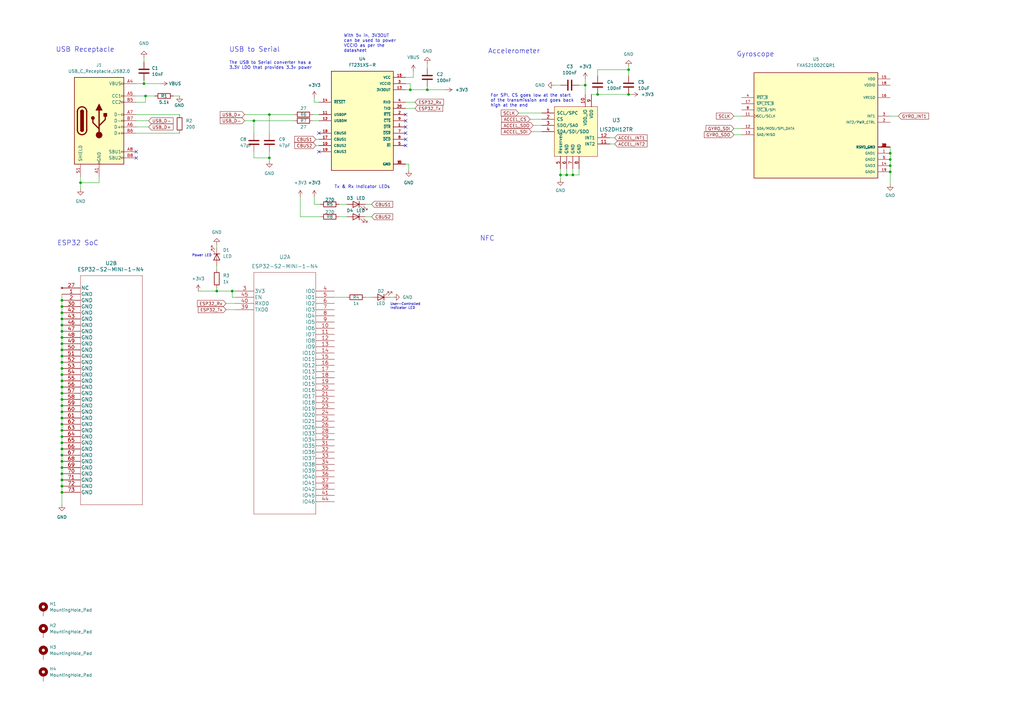
<source format=kicad_sch>
(kicad_sch (version 20211123) (generator eeschema)
  (paper "A3")
  (title_block (title "Delta") (comment 4 "Author: Shreyas Lad"))
  (lib_symbols
    (symbol "Connector:USB_C_Receptacle_USB2.0" (pin_names (offset 1.016))
      (property "Reference" "J" (at -10.16 19.05 0))
      (property "Value" "USB_C_Receptacle_USB2.0" (at 19.05 19.05 0))
      (symbol "USB_C_Receptacle_USB2.0_0_0"
        (rectangle (start -0.254 -17.78) (end 0.254 -16.764))
        (rectangle (start 10.16 -14.986) (end 9.144 -15.494))
        (rectangle (start 10.16 -12.446) (end 9.144 -12.954))
        (rectangle (start 10.16 -4.826) (end 9.144 -5.334))
        (rectangle (start 10.16 -2.286) (end 9.144 -2.794))
        (rectangle (start 10.16 0.254) (end 9.144 -0.254))
        (rectangle (start 10.16 2.794) (end 9.144 2.286))
        (rectangle (start 10.16 7.874) (end 9.144 7.366))
        (rectangle (start 10.16 10.414) (end 9.144 9.906))
        (rectangle (start 10.16 15.494) (end 9.144 14.986))
      )
      (symbol "USB_C_Receptacle_USB2.0_0_1"
        (rectangle (start -10.16 17.78) (end 10.16 -17.78) (stroke (width 0.254)) (fill (type background)))
        (arc (start -8.89 -3.81) (mid -6.985 -5.715) (end -5.08 -3.81) (stroke (width 0.508)))
        (arc (start -7.62 -3.81) (mid -6.985 -4.445) (end -6.35 -3.81) (stroke (width 0.254)))
        (arc (start -7.62 -3.81) (mid -6.985 -4.445) (end -6.35 -3.81) (stroke (width 0.254)) (fill (type outline)))
        (rectangle (start -7.62 -3.81) (end -6.35 3.81) (stroke (width 0.254)) (fill (type outline)))
        (arc (start -6.35 3.81) (mid -6.985 4.445) (end -7.62 3.81) (stroke (width 0.254)))
        (arc (start -6.35 3.81) (mid -6.985 4.445) (end -7.62 3.81) (stroke (width 0.254)) (fill (type outline)))
        (arc (start -5.08 3.81) (mid -6.985 5.715) (end -8.89 3.81) (stroke (width 0.508)))
        (circle (center -2.54 1.143) (radius 0.635) (stroke (width 0.254)) (fill (type outline)))
        (circle (center 0 -5.842) (radius 1.27) (fill (type outline)))
        (polyline (pts (xy -8.89 -3.81) (xy -8.89 3.81)) (stroke (width 0.508)))
        (polyline (pts (xy -5.08 3.81) (xy -5.08 -3.81)) (stroke (width 0.508)))
        (polyline (pts (xy 0 -5.842) (xy 0 4.318)) (stroke (width 0.508)))
        (polyline (pts (xy 0 -3.302) (xy -2.54 -0.762) (xy -2.54 0.508)) (stroke (width 0.508)))
        (polyline (pts (xy 0 -2.032) (xy 2.54 0.508) (xy 2.54 1.778)) (stroke (width 0.508)))
        (polyline (pts (xy -1.27 4.318) (xy 0 6.858) (xy 1.27 4.318) (xy -1.27 4.318)) (stroke (width 0.254)) (fill (type outline)))
        (rectangle (start 1.905 1.778) (end 3.175 3.048) (stroke (width 0.254)) (fill (type outline)))
      )
      (symbol "USB_C_Receptacle_USB2.0_1_1"
        (pin passive line (at 0 -22.86 90) (length 5.08) (name "GND") (number "A1"))
        (pin passive line (at 0 -22.86 90) (length 5.08) hide (name "GND") (number "A12"))
        (pin passive line (at 15.24 15.24 180) (length 5.08) (name "VBUS") (number "A4"))
        (pin bidirectional line (at 15.24 10.16 180) (length 5.08) (name "CC1") (number "A5"))
        (pin bidirectional line (at 15.24 -2.54 180) (length 5.08) (name "D+") (number "A6"))
        (pin bidirectional line (at 15.24 2.54 180) (length 5.08) (name "D-") (number "A7"))
        (pin bidirectional line (at 15.24 -12.7 180) (length 5.08) (name "SBU1") (number "A8"))
        (pin passive line (at 15.24 15.24 180) (length 5.08) hide (name "VBUS") (number "A9"))
        (pin passive line (at 0 -22.86 90) (length 5.08) hide (name "GND") (number "B1"))
        (pin passive line (at 0 -22.86 90) (length 5.08) hide (name "GND") (number "B12"))
        (pin passive line (at 15.24 15.24 180) (length 5.08) hide (name "VBUS") (number "B4"))
        (pin bidirectional line (at 15.24 7.62 180) (length 5.08) (name "CC2") (number "B5"))
        (pin bidirectional line (at 15.24 -5.08 180) (length 5.08) (name "D+") (number "B6"))
        (pin bidirectional line (at 15.24 0 180) (length 5.08) (name "D-") (number "B7"))
        (pin bidirectional line (at 15.24 -15.24 180) (length 5.08) (name "SBU2") (number "B8"))
        (pin passive line (at 15.24 15.24 180) (length 5.08) hide (name "VBUS") (number "B9"))
        (pin passive line (at -7.62 -22.86 90) (length 5.08) (name "SHIELD") (number "S1"))
      )
    )
    (symbol "Device:C" (pin_numbers hide) (pin_names (offset 0.254))
      (property "Reference" "C" (at 0.635 2.54 0))
      (property "Value" "C" (at 0.635 -2.54 0))
      (symbol "C_0_1"
        (polyline (pts (xy -2.032 -0.762) (xy 2.032 -0.762)) (stroke (width 0.508)))
        (polyline (pts (xy -2.032 0.762) (xy 2.032 0.762)) (stroke (width 0.508)))
      )
      (symbol "C_1_1"
        (pin passive line (at 0 3.81 270) (length 2.794) (name "~") (number "1"))
        (pin passive line (at 0 -3.81 90) (length 2.794) (name "~") (number "2"))
      )
    )
    (symbol "Device:LED" (pin_numbers hide) (pin_names (offset 1.016) hide)
      (property "Reference" "D" (at 0 2.54 0))
      (property "Value" "LED" (at 0 -2.54 0))
      (symbol "LED_0_1"
        (polyline (pts (xy -1.27 -1.27) (xy -1.27 1.27)) (stroke (width 0.254)))
        (polyline (pts (xy -1.27 0) (xy 1.27 0)))
        (polyline (pts (xy 1.27 -1.27) (xy 1.27 1.27) (xy -1.27 0) (xy 1.27 -1.27)) (stroke (width 0.254)))
        (polyline (pts (xy -3.048 -0.762) (xy -4.572 -2.286) (xy -3.81 -2.286) (xy -4.572 -2.286) (xy -4.572 -1.524)))
        (polyline (pts (xy -1.778 -0.762) (xy -3.302 -2.286) (xy -2.54 -2.286) (xy -3.302 -2.286) (xy -3.302 -1.524)))
      )
      (symbol "LED_1_1"
        (pin passive line (at -3.81 0 0) (length 2.54) (name "K") (number "1"))
        (pin passive line (at 3.81 0 180) (length 2.54) (name "A") (number "2"))
      )
    )
    (symbol "Device:R" (pin_numbers hide) (pin_names (offset 0))
      (property "Reference" "R" (at 2.032 0 90))
      (property "Value" "R" (at 0 0 90))
      (symbol "R_0_1"
        (rectangle (start -1.016 -2.54) (end 1.016 2.54) (stroke (width 0.254)))
      )
      (symbol "R_1_1"
        (pin passive line (at 0 3.81 270) (length 1.27) (name "~") (number "1"))
        (pin passive line (at 0 -3.81 90) (length 1.27) (name "~") (number "2"))
      )
    )
    (symbol "FT231XS-R (USBUART):FT231XS-R" (pin_names (offset 1.016))
      (property "Reference" "U" (at -12.7 21.1074 0))
      (property "Value" "FT231XS-R" (at -12.7254 -22.9108 0))
      (symbol "FT231XS-R_0_0"
        (rectangle (start -12.7 -20.32) (end 12.7 20.32) (stroke (width 0.254)) (fill (type background)))
        (pin output line (at 17.78 -2.54 180) (length 5.08) (name "~{DTR}") (number "1"))
        (pin bidirectional line (at -17.78 -10.16 0) (length 5.08) (name "CBUS2") (number "10"))
        (pin input line (at -17.78 2.54 0) (length 5.08) (name "USBDP") (number "11"))
        (pin input line (at -17.78 0 0) (length 5.08) (name "USBDM") (number "12"))
        (pin power_in line (at 17.78 12.7 180) (length 5.08) (name "3V3OUT") (number "13"))
        (pin input line (at -17.78 7.62 0) (length 5.08) (name "~{RESET}") (number "14"))
        (pin power_in line (at 17.78 17.78 180) (length 5.08) (name "VCC") (number "15"))
        (pin power_in line (at 17.78 -17.78 180) (length 5.08) (name "GND") (number "16"))
        (pin bidirectional line (at -17.78 -7.62 0) (length 5.08) (name "CBUS1") (number "17"))
        (pin bidirectional line (at -17.78 -5.08 0) (length 5.08) (name "CBUS0") (number "18"))
        (pin bidirectional line (at -17.78 -12.7 0) (length 5.08) (name "CBUS3") (number "19"))
        (pin output line (at 17.78 2.54 180) (length 5.08) (name "~{RTS}") (number "2"))
        (pin output line (at 17.78 5.08 180) (length 5.08) (name "TXD") (number "20"))
        (pin power_in line (at 17.78 15.24 180) (length 5.08) (name "VCCIO") (number "3"))
        (pin input line (at 17.78 7.62 180) (length 5.08) (name "RXD") (number "4"))
        (pin input line (at 17.78 -10.16 180) (length 5.08) (name "~{RI}") (number "5"))
        (pin power_in line (at 17.78 -17.78 180) (length 5.08) (name "GND") (number "6"))
        (pin input line (at 17.78 -5.08 180) (length 5.08) (name "~{DSR}") (number "7"))
        (pin input line (at 17.78 -7.62 180) (length 5.08) (name "~{DCD}") (number "8"))
        (pin input line (at 17.78 0 180) (length 5.08) (name "~{CTS}") (number "9"))
      )
    )
    (symbol "FXAS21002CQR1:FXAS21002CQR1" (pin_names (offset 1.016))
      (property "Reference" "U" (at -25.4 21.59 0))
      (property "Value" "FXAS21002CQR1" (at -25.4 -24.13 0))
      (symbol "FXAS21002CQR1_0_0"
        (rectangle (start -25.4 -22.86) (end 25.4 20.32) (stroke (width 0.254)) (fill (type background)))
        (pin power_in line (at 30.48 -12.7 180) (length 5.08) (name "GND1") (number "1"))
        (pin power_in line (at 30.48 -10.16 180) (length 5.08) (name "RSVD_GND") (number "10"))
        (pin input clock (at -30.48 2.54 0) (length 5.08) (name "SCL/SCLK") (number "11"))
        (pin bidirectional line (at -30.48 -2.54 0) (length 5.08) (name "SDA/MOSI/SPI_DATA") (number "12"))
        (pin bidirectional line (at -30.48 -5.08 0) (length 5.08) (name "SA0/MISO") (number "13"))
        (pin power_in line (at 30.48 -17.78 180) (length 5.08) (name "GND3") (number "14"))
        (pin power_in line (at 30.48 17.78 180) (length 5.08) (name "VDD") (number "15"))
        (pin output line (at 30.48 10.16 180) (length 5.08) (name "VREGD") (number "16"))
        (pin input line (at -30.48 7.62 0) (length 5.08) (name "~{SPI_CS_B}") (number "17"))
        (pin power_in line (at 30.48 15.24 180) (length 5.08) (name "VDDIO") (number "18"))
        (pin power_in line (at 30.48 -20.32 180) (length 5.08) (name "GND4") (number "19"))
        (pin bidirectional line (at 30.48 0 180) (length 5.08) (name "INT2/PWR_CTRL") (number "2"))
        (pin power_in line (at 30.48 -10.16 180) (length 5.08) (name "RSVD_GND") (number "20"))
        (pin power_in line (at 30.48 -10.16 180) (length 5.08) (name "RSVD_GND") (number "21"))
        (pin power_in line (at 30.48 -10.16 180) (length 5.08) (name "RSVD_GND") (number "22"))
        (pin power_in line (at 30.48 -10.16 180) (length 5.08) (name "RSVD_GND") (number "23"))
        (pin power_in line (at 30.48 -10.16 180) (length 5.08) (name "RSVD_GND") (number "24"))
        (pin output line (at 30.48 2.54 180) (length 5.08) (name "INT1") (number "3"))
        (pin input line (at -30.48 10.16 0) (length 5.08) (name "~{RST_B}") (number "4"))
        (pin power_in line (at 30.48 -15.24 180) (length 5.08) (name "GND2") (number "5"))
        (pin power_in line (at 30.48 -10.16 180) (length 5.08) (name "RSVD_GND") (number "6"))
        (pin power_in line (at 30.48 -10.16 180) (length 5.08) (name "RSVD_GND") (number "7"))
        (pin input line (at -30.48 5.08 0) (length 5.08) (name "~{I2C_B}/SPI") (number "8"))
        (pin power_in line (at 30.48 -10.16 180) (length 5.08) (name "RSVD_GND") (number "9"))
      )
    )
    (symbol "Mechanical:MountingHole_Pad" (pin_numbers hide) (pin_names (offset 1.016) hide)
      (property "Reference" "H" (at 0 6.35 0))
      (property "Value" "MountingHole_Pad" (at 0 4.445 0))
      (symbol "MountingHole_Pad_0_1"
        (circle (center 0 1.27) (radius 1.27) (stroke (width 1.27)))
      )
      (symbol "MountingHole_Pad_1_1"
        (pin input line (at 0 -2.54 90) (length 2.54) (name "1") (number "1"))
      )
    )
    (symbol "dk_Motion-Sensors-Accelerometers:LIS2DH12TR" (pin_names (offset 1.016))
      (property "Reference" "U" (at -2.54 11.43 0))
      (property "Value" "LIS2DH12TR" (at 12.7 -17.78 0))
      (symbol "LIS2DH12TR_0_1"
        (rectangle (start -10.16 -10.16) (end 7.62 10.16) (fill (type background)))
      )
      (symbol "LIS2DH12TR_1_1"
        (pin input line (at -15.24 7.62 0) (length 5.08) (name "SCL/SPC") (number "1"))
        (pin power_in line (at 2.54 15.24 270) (length 5.08) (name "VDD_IO") (number "10"))
        (pin output line (at 12.7 -5.08 180) (length 5.08) (name "INT2") (number "11"))
        (pin output line (at 12.7 -2.54 180) (length 5.08) (name "INT1") (number "12"))
        (pin input line (at -15.24 5.08 0) (length 5.08) (name "CS") (number "2"))
        (pin bidirectional line (at -15.24 2.54 0) (length 5.08) (name "SDO/SA0") (number "3"))
        (pin bidirectional line (at -15.24 0 0) (length 5.08) (name "SDA/SDI/SDO") (number "4"))
        (pin power_in line (at -7.62 -15.24 90) (length 5.08) (name "Reserved") (number "5"))
        (pin power_in line (at -5.08 -15.24 90) (length 5.08) (name "GND") (number "6"))
        (pin power_in line (at -2.54 -15.24 90) (length 5.08) (name "GND") (number "7"))
        (pin power_in line (at 0 -15.24 90) (length 5.08) (name "GND") (number "8"))
        (pin power_in line (at 5.08 15.24 270) (length 5.08) (name "VDD") (number "9"))
      )
    )
    (symbol "power:+3.3V" (power) (pin_names (offset 0))
      (property "Value" "+3.3V" (at 0 3.556 0))
      (symbol "+3.3V_0_1"
        (polyline (pts (xy -0.762 1.27) (xy 0 2.54)))
        (polyline (pts (xy 0 0) (xy 0 2.54)))
        (polyline (pts (xy 0 2.54) (xy 0.762 1.27)))
      )
      (symbol "+3.3V_1_1"
        (pin power_in line (at 0 0 90) (length 0) hide (name "+3V3") (number "1"))
      )
    )
    (symbol "power:GND" (power) (pin_names (offset 0))
      (property "Value" "GND" (at 0 -3.81 0))
      (symbol "GND_0_1"
        (polyline (pts (xy 0 0) (xy 0 -1.27) (xy 1.27 -1.27) (xy 0 -2.54) (xy -1.27 -1.27) (xy 0 -1.27)))
      )
      (symbol "GND_1_1"
        (pin power_in line (at 0 0 270) (length 0) hide (name "GND") (number "1"))
      )
    )
    (symbol "power:VBUS" (power) (pin_names (offset 0))
      (property "Value" "VBUS" (at 0 3.81 0))
      (symbol "VBUS_0_1"
        (polyline (pts (xy -0.762 1.27) (xy 0 2.54)))
        (polyline (pts (xy 0 0) (xy 0 2.54)))
        (polyline (pts (xy 0 2.54) (xy 0.762 1.27)))
      )
      (symbol "VBUS_1_1"
        (pin power_in line (at 0 0 90) (length 0) hide (name "VBUS") (number "1"))
      )
    )
    (symbol "ul_ESP32-S2-MINI-1-N4:ESP32-S2-MINI-1-N4" (pin_names (offset 0.254))
      (property "Reference" "U" (at 20.32 12.7 0))
      (property "Value" "ESP32-S2-MINI-1-N4" (at 20.32 10.16 0))
      (symbol "ESP32-S2-MINI-1-N4_1_1"
        (polyline (pts (xy 7.62 -91.44) (xy 33.02 -91.44)) (stroke (width 0.127)))
        (polyline (pts (xy 7.62 7.62) (xy 7.62 -91.44)) (stroke (width 0.127)))
        (polyline (pts (xy 33.02 -91.44) (xy 33.02 7.62)) (stroke (width 0.127)))
        (polyline (pts (xy 33.02 7.62) (xy 7.62 7.62)) (stroke (width 0.127)))
        (pin bidirectional line (at 40.64 -15.24 180) (length 7.62) (name "IO6") (number "10"))
        (pin bidirectional line (at 40.64 -17.78 180) (length 7.62) (name "IO7") (number "11"))
        (pin bidirectional line (at 40.64 -20.32 180) (length 7.62) (name "IO8") (number "12"))
        (pin bidirectional line (at 40.64 -22.86 180) (length 7.62) (name "IO9") (number "13"))
        (pin bidirectional line (at 40.64 -25.4 180) (length 7.62) (name "IO10") (number "14"))
        (pin bidirectional line (at 40.64 -27.94 180) (length 7.62) (name "IO11") (number "15"))
        (pin bidirectional line (at 40.64 -30.48 180) (length 7.62) (name "IO12") (number "16"))
        (pin bidirectional line (at 40.64 -33.02 180) (length 7.62) (name "IO13") (number "17"))
        (pin bidirectional line (at 40.64 -35.56 180) (length 7.62) (name "IO14") (number "18"))
        (pin bidirectional line (at 40.64 -38.1 180) (length 7.62) (name "IO15") (number "19"))
        (pin bidirectional line (at 40.64 -40.64 180) (length 7.62) (name "IO16") (number "20"))
        (pin bidirectional line (at 40.64 -43.18 180) (length 7.62) (name "IO17") (number "21"))
        (pin bidirectional line (at 40.64 -45.72 180) (length 7.62) (name "IO18") (number "22"))
        (pin bidirectional line (at 40.64 -48.26 180) (length 7.62) (name "IO19") (number "23"))
        (pin bidirectional line (at 40.64 -50.8 180) (length 7.62) (name "IO20") (number "24"))
        (pin bidirectional line (at 40.64 -53.34 180) (length 7.62) (name "IO21") (number "25"))
        (pin bidirectional line (at 40.64 -55.88 180) (length 7.62) (name "IO26") (number "26"))
        (pin bidirectional line (at 40.64 -58.42 180) (length 7.62) (name "IO33") (number "28"))
        (pin bidirectional line (at 40.64 -60.96 180) (length 7.62) (name "IO34") (number "29"))
        (pin unspecified line (at 0 0 0) (length 7.62) (name "3V3") (number "3"))
        (pin bidirectional line (at 40.64 -63.5 180) (length 7.62) (name "IO35") (number "31"))
        (pin bidirectional line (at 40.64 -66.04 180) (length 7.62) (name "IO36") (number "32"))
        (pin bidirectional line (at 40.64 -68.58 180) (length 7.62) (name "IO37") (number "33"))
        (pin bidirectional line (at 40.64 -71.12 180) (length 7.62) (name "IO38") (number "34"))
        (pin bidirectional line (at 40.64 -73.66 180) (length 7.62) (name "IO39") (number "35"))
        (pin bidirectional line (at 40.64 -76.2 180) (length 7.62) (name "IO40") (number "36"))
        (pin bidirectional line (at 40.64 -78.74 180) (length 7.62) (name "IO41") (number "37"))
        (pin bidirectional line (at 40.64 -81.28 180) (length 7.62) (name "IO42") (number "38"))
        (pin bidirectional line (at 0 -7.62 0) (length 7.62) (name "TXD0") (number "39"))
        (pin bidirectional line (at 40.64 0 180) (length 7.62) (name "IO0") (number "4"))
        (pin bidirectional line (at 0 -5.08 0) (length 7.62) (name "RXD0") (number "40"))
        (pin bidirectional line (at 40.64 -83.82 180) (length 7.62) (name "IO45") (number "41"))
        (pin bidirectional line (at 40.64 -86.36 180) (length 7.62) (name "IO46") (number "44"))
        (pin unspecified line (at 0 -2.54 0) (length 7.62) (name "EN") (number "45"))
        (pin bidirectional line (at 40.64 -2.54 180) (length 7.62) (name "IO1") (number "5"))
        (pin bidirectional line (at 40.64 -5.08 180) (length 7.62) (name "IO2") (number "6"))
        (pin bidirectional line (at 40.64 -7.62 180) (length 7.62) (name "IO3") (number "7"))
        (pin bidirectional line (at 40.64 -10.16 180) (length 7.62) (name "IO4") (number "8"))
        (pin bidirectional line (at 40.64 -12.7 180) (length 7.62) (name "IO5") (number "9"))
      )
      (symbol "ESP32-S2-MINI-1-N4_2_1"
        (polyline (pts (xy 7.62 -88.9) (xy 33.02 -88.9)) (stroke (width 0.127)))
        (polyline (pts (xy 7.62 5.08) (xy 7.62 -88.9)) (stroke (width 0.127)))
        (polyline (pts (xy 33.02 -88.9) (xy 33.02 5.08)) (stroke (width 0.127)))
        (polyline (pts (xy 33.02 5.08) (xy 7.62 5.08)) (stroke (width 0.127)))
        (pin power_in line (at 0 -2.54 0) (length 7.62) (name "GND") (number "1"))
        (pin power_in line (at 0 -5.08 0) (length 7.62) (name "GND") (number "2"))
        (pin no_connect line (at 0 0 0) (length 7.62) (name "NC") (number "27"))
        (pin power_in line (at 0 -7.62 0) (length 7.62) (name "GND") (number "30"))
        (pin power_in line (at 0 -10.16 0) (length 7.62) (name "GND") (number "42"))
        (pin power_in line (at 0 -12.7 0) (length 7.62) (name "GND") (number "43"))
        (pin power_in line (at 0 -15.24 0) (length 7.62) (name "GND") (number "46"))
        (pin power_in line (at 0 -17.78 0) (length 7.62) (name "GND") (number "47"))
        (pin power_in line (at 0 -20.32 0) (length 7.62) (name "GND") (number "48"))
        (pin power_in line (at 0 -22.86 0) (length 7.62) (name "GND") (number "49"))
        (pin power_in line (at 0 -25.4 0) (length 7.62) (name "GND") (number "50"))
        (pin power_in line (at 0 -27.94 0) (length 7.62) (name "GND") (number "51"))
        (pin power_in line (at 0 -30.48 0) (length 7.62) (name "GND") (number "52"))
        (pin power_in line (at 0 -33.02 0) (length 7.62) (name "GND") (number "53"))
        (pin power_in line (at 0 -35.56 0) (length 7.62) (name "GND") (number "54"))
        (pin power_in line (at 0 -38.1 0) (length 7.62) (name "GND") (number "55"))
        (pin power_in line (at 0 -40.64 0) (length 7.62) (name "GND") (number "56"))
        (pin power_in line (at 0 -43.18 0) (length 7.62) (name "GND") (number "57"))
        (pin power_in line (at 0 -45.72 0) (length 7.62) (name "GND") (number "58"))
        (pin power_in line (at 0 -48.26 0) (length 7.62) (name "GND") (number "59"))
        (pin power_in line (at 0 -50.8 0) (length 7.62) (name "GND") (number "60"))
        (pin power_in line (at 0 -53.34 0) (length 7.62) (name "GND") (number "61"))
        (pin power_in line (at 0 -55.88 0) (length 7.62) (name "GND") (number "62"))
        (pin power_in line (at 0 -58.42 0) (length 7.62) (name "GND") (number "63"))
        (pin power_in line (at 0 -60.96 0) (length 7.62) (name "GND") (number "64"))
        (pin power_in line (at 0 -63.5 0) (length 7.62) (name "GND") (number "65"))
        (pin power_in line (at 0 -66.04 0) (length 7.62) (name "GND") (number "66"))
        (pin power_in line (at 0 -68.58 0) (length 7.62) (name "GND") (number "67"))
        (pin power_in line (at 0 -71.12 0) (length 7.62) (name "GND") (number "68"))
        (pin power_in line (at 0 -73.66 0) (length 7.62) (name "GND") (number "69"))
        (pin power_in line (at 0 -76.2 0) (length 7.62) (name "GND") (number "70"))
        (pin power_in line (at 0 -78.74 0) (length 7.62) (name "GND") (number "71"))
        (pin power_in line (at 0 -81.28 0) (length 7.62) (name "GND") (number "72"))
        (pin power_in line (at 0 -83.82 0) (length 7.62) (name "GND") (number "73"))
      )
    )
  )
  (junction (at 25.4 130.81))
  (junction (at 25.4 143.51))
  (junction (at 25.4 156.21))
  (junction (at 25.4 163.83))
  (junction (at 25.4 151.13))
  (junction (at 25.4 146.05))
  (junction (at 25.4 173.99))
  (junction (at 25.4 166.37))
  (junction (at 25.4 194.31))
  (junction (at 25.4 176.53))
  (junction (at 104.14 49.53))
  (junction (at 59.055 34.29))
  (junction (at 168.275 36.83))
  (junction (at 25.4 179.07))
  (junction (at 33.02 74.93))
  (junction (at 59.69 39.37))
  (junction (at 88.9 119.38))
  (junction (at 25.4 133.35))
  (junction (at 25.4 123.19))
  (junction (at 25.4 161.29))
  (junction (at 25.4 128.27))
  (junction (at 365.125 70.485))
  (junction (at 25.4 196.85))
  (junction (at 25.4 199.39))
  (junction (at 25.4 191.77))
  (junction (at 365.125 67.945))
  (junction (at 25.4 148.59))
  (junction (at 25.4 135.89))
  (junction (at 25.4 138.43))
  (junction (at 95.25 119.38))
  (junction (at 25.4 153.67))
  (junction (at 229.87 71.755))
  (junction (at 257.81 38.735))
  (junction (at 365.125 65.405))
  (junction (at 234.95 71.755))
  (junction (at 25.4 184.15))
  (junction (at 25.4 171.45))
  (junction (at 240.03 34.925))
  (junction (at 245.11 38.735))
  (junction (at 25.4 189.23))
  (junction (at 25.4 186.69))
  (junction (at 365.125 62.865))
  (junction (at 25.4 125.73))
  (junction (at 25.4 201.93))
  (junction (at 25.4 181.61))
  (junction (at 175.26 36.83))
  (junction (at 110.49 64.77))
  (junction (at 25.4 158.75))
  (junction (at 25.4 168.91))
  (junction (at 232.41 71.755))
  (junction (at 110.49 46.99))
  (junction (at 257.81 28.575))
  (junction (at 25.4 140.97))
  (no_connect (at 130.81 54.61))
  (no_connect (at 166.37 46.99))
  (no_connect (at 166.37 49.53))
  (no_connect (at 166.37 54.61))
  (no_connect (at 166.37 59.69))
  (no_connect (at 55.88 62.23))
  (no_connect (at 166.37 57.15))
  (no_connect (at 130.81 62.23))
  (no_connect (at 166.37 52.07))
  (no_connect (at 55.88 64.77))
  (wire (pts (xy 25.4 168.91) (xy 25.4 171.45)))
  (wire (pts (xy 25.4 194.31) (xy 25.4 196.85)))
  (wire (pts (xy 33.02 72.39) (xy 33.02 74.93)))
  (wire (pts (xy 81.28 119.38) (xy 88.9 119.38)))
  (wire (pts (xy 234.95 71.755) (xy 232.41 71.755)))
  (wire (pts (xy 166.37 34.29) (xy 168.275 34.29)))
  (wire (pts (xy 25.4 171.45) (xy 25.4 173.99)))
  (wire (pts (xy 100.33 46.99) (xy 110.49 46.99)))
  (wire (pts (xy 166.37 67.31) (xy 167.64 67.31)))
  (wire (pts (xy 104.14 64.77) (xy 110.49 64.77)))
  (wire (pts (xy 168.275 34.29) (xy 168.275 36.83)))
  (wire (pts (xy 25.4 151.13) (xy 25.4 153.67)))
  (wire (pts (xy 167.64 67.31) (xy 167.64 69.85)))
  (wire (pts (xy 250.19 56.515) (xy 252.095 56.515)))
  (wire (pts (xy 128.27 49.53) (xy 130.81 49.53)))
  (wire (pts (xy 212.725 46.355) (xy 222.25 46.355)))
  (wire (pts (xy 25.4 138.43) (xy 25.4 140.97)))
  (wire (pts (xy 92.71 124.46) (xy 96.52 124.46)))
  (wire (pts (xy 88.9 118.11) (xy 88.9 119.38)))
  (wire (pts (xy 245.11 28.575) (xy 257.81 28.575)))
  (wire (pts (xy 88.9 109.22) (xy 88.9 110.49)))
  (wire (pts (xy 71.12 39.37) (xy 73.66 39.37)))
  (wire (pts (xy 149.86 88.9) (xy 152.4 88.9)))
  (wire (pts (xy 227.33 34.925) (xy 229.87 34.925)))
  (wire (pts (xy 25.4 146.05) (xy 25.4 148.59)))
  (wire (pts (xy 149.86 121.92) (xy 152.4 121.92)))
  (wire (pts (xy 55.88 34.29) (xy 59.055 34.29)))
  (wire (pts (xy 365.125 67.945) (xy 365.125 70.485)))
  (wire (pts (xy 55.88 54.61) (xy 73.66 54.61)))
  (wire (pts (xy 365.125 65.405) (xy 365.125 67.945)))
  (wire (pts (xy 175.26 35.56) (xy 175.26 36.83)))
  (wire (pts (xy 25.4 199.39) (xy 25.4 201.93)))
  (wire (pts (xy 25.4 181.61) (xy 25.4 184.15)))
  (wire (pts (xy 25.4 163.83) (xy 25.4 166.37)))
  (wire (pts (xy 129.54 59.69) (xy 130.81 59.69)))
  (wire (pts (xy 25.4 135.89) (xy 25.4 138.43)))
  (wire (pts (xy 168.275 36.83) (xy 175.26 36.83)))
  (wire (pts (xy 300.99 52.705) (xy 304.165 52.705)))
  (wire (pts (xy 59.69 39.37) (xy 59.69 41.91)))
  (wire (pts (xy 59.055 23.495) (xy 59.055 25.4)))
  (wire (pts (xy 166.37 44.45) (xy 170.18 44.45)))
  (wire (pts (xy 128.27 46.99) (xy 130.81 46.99)))
  (wire (pts (xy 128.905 80.645) (xy 128.905 83.82)))
  (wire (pts (xy 25.4 130.81) (xy 25.4 133.35)))
  (wire (pts (xy 229.87 71.755) (xy 229.87 73.533)))
  (wire (pts (xy 110.49 62.23) (xy 110.49 64.77)))
  (wire (pts (xy 250.19 59.055) (xy 252.095 59.055)))
  (wire (pts (xy 245.11 31.115) (xy 245.11 28.575)))
  (wire (pts (xy 169.545 31.75) (xy 166.37 31.75)))
  (wire (pts (xy 25.4 176.53) (xy 25.4 179.07)))
  (wire (pts (xy 237.49 69.215) (xy 237.49 71.755)))
  (wire (pts (xy 104.14 62.23) (xy 104.14 64.77)))
  (wire (pts (xy 25.4 186.69) (xy 25.4 189.23)))
  (wire (pts (xy 365.125 60.325) (xy 365.125 62.865)))
  (wire (pts (xy 300.99 55.245) (xy 304.165 55.245)))
  (wire (pts (xy 25.4 148.59) (xy 25.4 151.13)))
  (wire (pts (xy 166.37 41.91) (xy 170.18 41.91)))
  (wire (pts (xy 110.49 46.99) (xy 110.49 54.61)))
  (wire (pts (xy 128.905 83.82) (xy 131.445 83.82)))
  (wire (pts (xy 55.88 46.99) (xy 73.66 46.99)))
  (wire (pts (xy 59.055 34.29) (xy 66.04 34.29)))
  (wire (pts (xy 139.065 88.9) (xy 142.24 88.9)))
  (wire (pts (xy 128.905 40.005) (xy 128.905 41.91)))
  (wire (pts (xy 25.4 201.93) (xy 25.4 207.01)))
  (wire (pts (xy 237.49 71.755) (xy 234.95 71.755)))
  (wire (pts (xy 217.424 48.895) (xy 222.25 48.895)))
  (wire (pts (xy 25.4 184.15) (xy 25.4 186.69)))
  (wire (pts (xy 55.88 41.91) (xy 59.69 41.91)))
  (wire (pts (xy 55.88 52.07) (xy 60.96 52.07)))
  (wire (pts (xy 229.87 69.215) (xy 229.87 71.755)))
  (wire (pts (xy 88.9 119.38) (xy 95.25 119.38)))
  (wire (pts (xy 25.4 166.37) (xy 25.4 168.91)))
  (wire (pts (xy 128.905 41.91) (xy 130.81 41.91)))
  (wire (pts (xy 169.545 29.21) (xy 169.545 31.75)))
  (wire (pts (xy 129.54 57.15) (xy 130.81 57.15)))
  (wire (pts (xy 240.03 34.925) (xy 240.03 38.735)))
  (wire (pts (xy 137.16 121.92) (xy 142.24 121.92)))
  (wire (pts (xy 104.14 49.53) (xy 104.14 54.61)))
  (wire (pts (xy 175.26 26.035) (xy 175.26 27.94)))
  (wire (pts (xy 25.4 133.35) (xy 25.4 135.89)))
  (wire (pts (xy 25.4 179.07) (xy 25.4 181.61)))
  (wire (pts (xy 25.4 125.73) (xy 25.4 128.27)))
  (wire (pts (xy 257.81 27.305) (xy 257.81 28.575)))
  (wire (pts (xy 240.03 32.385) (xy 240.03 34.925)))
  (wire (pts (xy 25.4 161.29) (xy 25.4 163.83)))
  (wire (pts (xy 25.4 128.27) (xy 25.4 130.81)))
  (wire (pts (xy 245.11 38.735) (xy 257.81 38.735)))
  (wire (pts (xy 100.33 49.53) (xy 104.14 49.53)))
  (wire (pts (xy 237.49 34.925) (xy 240.03 34.925)))
  (wire (pts (xy 242.57 38.735) (xy 245.11 38.735)))
  (wire (pts (xy 234.95 69.215) (xy 234.95 71.755)))
  (wire (pts (xy 55.88 49.53) (xy 60.96 49.53)))
  (wire (pts (xy 300.99 47.625) (xy 304.165 47.625)))
  (wire (pts (xy 92.71 127) (xy 96.52 127)))
  (wire (pts (xy 95.25 119.38) (xy 96.52 119.38)))
  (wire (pts (xy 25.4 196.85) (xy 25.4 199.39)))
  (wire (pts (xy 175.26 36.83) (xy 182.88 36.83)))
  (wire (pts (xy 40.64 72.39) (xy 40.64 74.93)))
  (wire (pts (xy 96.52 121.92) (xy 95.25 121.92)))
  (wire (pts (xy 95.25 121.92) (xy 95.25 119.38)))
  (wire (pts (xy 365.125 70.485) (xy 365.125 75.565)))
  (wire (pts (xy 104.14 49.53) (xy 120.65 49.53)))
  (wire (pts (xy 59.69 39.37) (xy 63.5 39.37)))
  (wire (pts (xy 25.4 156.21) (xy 25.4 158.75)))
  (wire (pts (xy 25.4 158.75) (xy 25.4 161.29)))
  (wire (pts (xy 166.37 36.83) (xy 168.275 36.83)))
  (wire (pts (xy 365.125 62.865) (xy 365.125 65.405)))
  (wire (pts (xy 25.4 143.51) (xy 25.4 146.05)))
  (wire (pts (xy 218.694 51.435) (xy 222.25 51.435)))
  (wire (pts (xy 59.055 33.02) (xy 59.055 34.29)))
  (wire (pts (xy 139.065 83.82) (xy 142.24 83.82)))
  (wire (pts (xy 33.02 74.93) (xy 33.02 77.47)))
  (wire (pts (xy 25.4 189.23) (xy 25.4 191.77)))
  (wire (pts (xy 123.19 80.645) (xy 123.19 88.9)))
  (wire (pts (xy 217.932 53.975) (xy 222.25 53.975)))
  (wire (pts (xy 160.02 121.92) (xy 161.29 121.92)))
  (wire (pts (xy 25.4 140.97) (xy 25.4 143.51)))
  (wire (pts (xy 257.81 28.575) (xy 257.81 31.115)))
  (wire (pts (xy 25.4 120.65) (xy 25.4 123.19)))
  (wire (pts (xy 25.4 191.77) (xy 25.4 194.31)))
  (wire (pts (xy 88.9 100.33) (xy 88.9 101.6)))
  (wire (pts (xy 25.4 153.67) (xy 25.4 156.21)))
  (wire (pts (xy 110.49 46.99) (xy 120.65 46.99)))
  (wire (pts (xy 257.81 38.735) (xy 259.08 38.735)))
  (wire (pts (xy 229.87 71.755) (xy 232.41 71.755)))
  (wire (pts (xy 25.4 123.19) (xy 25.4 125.73)))
  (wire (pts (xy 110.49 64.77) (xy 110.49 66.04)))
  (wire (pts (xy 25.4 173.99) (xy 25.4 176.53)))
  (wire (pts (xy 232.41 69.215) (xy 232.41 71.755)))
  (wire (pts (xy 55.88 39.37) (xy 59.69 39.37)))
  (wire (pts (xy 365.125 47.625) (xy 368.427 47.625)))
  (wire (pts (xy 149.86 83.82) (xy 152.4 83.82)))
  (wire (pts (xy 40.64 74.93) (xy 33.02 74.93)))
  (wire (pts (xy 123.19 88.9) (xy 131.445 88.9)))
  (text "Accelerometer" (at 200.152 22.225 0) (effects (font (size 2 2)) (justify left bottom)))
  (text "Gyroscope" (at 302.133 23.495 0) (effects (font (size 2 2)) (justify left bottom)))
  (text "For SPI, CS goes low at the start\nof the transmission and goes back\nhigh at the end" (at 201.168 44.069 0) (effects (font (size 1.27 1.27)) (justify left bottom)))
  (text "The USB to Serial converter has a\n3.3V LDO that provides 3.3v power" (at 93.98 28.575 0) (effects (font (size 1.27 1.27)) (justify left bottom)))
  (text "With 5v in, 3V3OUT\ncan be used to power\nVCCIO as per the\ndatasheet" (at 140.97 21.59 0) (effects (font (size 1.27 1.27)) (justify left bottom)))
  (text "ESP32 SoC" (at 23.495 100.965 0) (effects (font (size 2 2)) (justify left bottom)))
  (text "User-Controlled\nIndicator LED" (at 160.02 127 0) (effects (font (size 1 1)) (justify left bottom)))
  (text "USB Receptacle" (at 22.86 21.59 0) (effects (font (size 2 2)) (justify left bottom)))
  (text "Power LED" (at 78.74 105.41 0) (effects (font (size 1 1)) (justify left bottom)))
  (text "Tx & Rx Indicator LEDs" (at 137.16 77.47 0) (effects (font (size 1.27 1.27)) (justify left bottom)))
  (text "USB to Serial" (at 93.98 21.59 0) (effects (font (size 2 2)) (justify left bottom)))
  (text "NFC" (at 196.85 99.06 0) (effects (font (size 2 2)) (justify left bottom)))
  (global_label "USB_D+" (shape input) (at 100.33 46.99 180) (property "Intersheet References" "${INTERSHEET_REFS}" (effects hide)))
  (global_label "USB_D+" (shape input) (at 60.96 52.07 0) (property "Intersheet References" "${INTERSHEET_REFS}" (effects hide)))
  (global_label "ACCEL_SDO" (shape input) (at 218.694 51.435 180) (property "Intersheet References" "${INTERSHEET_REFS}" (effects hide)))
  (global_label "CBUS2" (shape input) (at 152.4 88.9 0) (property "Intersheet References" "${INTERSHEET_REFS}" (effects hide)))
  (global_label "ESP32_Tx" (shape input) (at 170.18 44.45 0) (property "Intersheet References" "${INTERSHEET_REFS}" (effects hide)))
  (global_label "USB_D-" (shape input) (at 60.96 49.53 0) (property "Intersheet References" "${INTERSHEET_REFS}" (effects hide)))
  (global_label "ACCEL_INT1" (shape input) (at 252.095 56.515 0) (property "Intersheet References" "${INTERSHEET_REFS}" (effects hide)))
  (global_label "ESP32_Rx" (shape input) (at 170.18 41.91 0) (property "Intersheet References" "${INTERSHEET_REFS}" (effects hide)))
  (global_label "ACCEL_INT2" (shape input) (at 252.095 59.055 0) (property "Intersheet References" "${INTERSHEET_REFS}" (effects hide)))
  (global_label "GYRO_INT1" (shape input) (at 368.427 47.625 0) (property "Intersheet References" "${INTERSHEET_REFS}" (effects hide)))
  (global_label "CBUS1" (shape input) (at 129.54 57.15 180) (property "Intersheet References" "${INTERSHEET_REFS}" (effects hide)))
  (global_label "GYRO_SDI" (shape input) (at 300.99 52.705 180) (property "Intersheet References" "${INTERSHEET_REFS}" (effects hide)))
  (global_label "GYRO_SDO" (shape input) (at 300.99 55.245 180) (property "Intersheet References" "${INTERSHEET_REFS}" (effects hide)))
  (global_label "ESP32_Tx" (shape input) (at 92.71 127 180) (property "Intersheet References" "${INTERSHEET_REFS}" (effects hide)))
  (global_label "CBUS2" (shape input) (at 129.54 59.69 180) (property "Intersheet References" "${INTERSHEET_REFS}" (effects hide)))
  (global_label "SCLK" (shape input) (at 300.99 47.625 180) (property "Intersheet References" "${INTERSHEET_REFS}" (effects hide)))
  (global_label "SCLK" (shape input) (at 212.725 46.355 180) (property "Intersheet References" "${INTERSHEET_REFS}" (effects hide)))
  (global_label "ACCEL_SDI" (shape input) (at 217.932 53.975 180) (property "Intersheet References" "${INTERSHEET_REFS}" (effects hide)))
  (global_label "USB_D-" (shape input) (at 100.33 49.53 180) (property "Intersheet References" "${INTERSHEET_REFS}" (effects hide)))
  (global_label "CBUS1" (shape input) (at 152.4 83.82 0) (property "Intersheet References" "${INTERSHEET_REFS}" (effects hide)))
  (global_label "ACCEL_CS" (shape input) (at 217.424 48.895 180) (property "Intersheet References" "${INTERSHEET_REFS}" (effects hide)))
  (global_label "ESP32_Rx" (shape input) (at 92.71 124.46 180) (property "Intersheet References" "${INTERSHEET_REFS}" (effects hide)))
  (symbol (lib_id "ul_ESP32-S2-MINI-1-N4:ESP32-S2-MINI-1-N4") (at 96.52 119.38 0) (unit 1)
    (property "Reference" "U2" (at 116.84 105.41 0) (effects (font (size 1.524 1.524))))
    (property "Value" "ESP32-S2-MINI-1-N4" (at 116.84 109.22 0) (effects (font (size 1.524 1.524))))
    (property "Footprint" "ul_ESP32-S2-MINI-1-N4:ESP32-S2-MINI-1-N4" (effects hide))
  )
  (symbol (lib_id "Device:LED") (at 88.9 105.41 270) (unit 1)
    (property "Reference" "D1" (at 91.44 102.5524 90) (effects (justify left)))
    (property "Value" "LED" (at 91.44 105.0924 90) (effects (justify left)))
    (property "Footprint" "LED_SMD:LED_0805_2012Metric" (effects hide))
  )
  (symbol (lib_id "FXAS21002CQR1:FXAS21002CQR1") (at 334.645 50.165 0) (unit 1)
    (property "Reference" "U5" (at 334.645 24.257 0))
    (property "Value" "FXAS21002CQR1" (at 334.645 26.797 0))
    (property "Footprint" "FXAS21002CQR1:QFN50P400X400X105-24N" (effects hide))
    (property "PARTREV" "O" (effects hide))
    (property "MANUFACTURER" "NXP" (effects hide))
    (property "MAXIMUM_PACKAGE_HEIGHT" "1.05 mm" (effects hide))
    (property "STANDARD" "IPC 7351B" (effects hide))
  )
  (symbol (lib_id "Mechanical:MountingHole_Pad") (at 17.78 250.19 0) (unit 1)
    (property "Reference" "H1" (at 20.32 247.6499 0) (effects (justify left)))
    (property "Value" "MountingHole_Pad" (at 20.32 250.1899 0) (effects (justify left)))
    (property "Footprint" "MountingHole:MountingHole_2.2mm_M2_Pad" (effects hide))
  )
  (symbol (lib_id "Mechanical:MountingHole_Pad") (at 17.78 276.86 0) (unit 1)
    (property "Reference" "H4" (at 20.32 274.3199 0) (effects (justify left)))
    (property "Value" "MountingHole_Pad" (at 20.32 276.8599 0) (effects (justify left)))
    (property "Footprint" "MountingHole:MountingHole_2.2mm_M2_Pad" (effects hide))
  )
  (symbol (lib_id "power:GND") (at 229.87 73.533 0) (unit 1)
    (property "Reference" "#PWR017" (effects hide))
    (property "Value" "GND" (at 229.87 78.105 0))
  )
  (symbol (lib_id "power:+3.3V") (at 128.905 80.645 0) (unit 1)
    (property "Reference" "#PWR0104" (effects hide))
    (property "Value" "+3.3V" (at 128.905 74.93 0))
  )
  (symbol (lib_id "Device:LED") (at 146.05 88.9 0) (mirror y) (unit 1)
    (property "Reference" "D4" (at 143.51 86.36 0))
    (property "Value" "LED" (at 147.955 86.36 0))
    (property "Footprint" "LED_SMD:LED_0805_2012Metric" (effects hide))
  )
  (symbol (lib_id "power:GND") (at 365.125 75.565 0) (unit 1)
    (property "Reference" "#PWR018" (effects hide))
    (property "Value" "GND" (at 365.125 80.137 0))
  )
  (symbol (lib_id "power:+3.3V") (at 182.88 36.83 270) (unit 1)
    (property "Reference" "#PWR019" (effects hide))
    (property "Value" "+3.3V" (at 186.69 36.83 90) (effects (justify left)))
  )
  (symbol (lib_id "power:GND") (at 73.66 39.37 0) (unit 1)
    (property "Reference" "#PWR03" (effects hide))
    (property "Value" "GND" (at 75.565 43.18 0) (effects (justify right)))
  )
  (symbol (lib_id "Device:C") (at 245.11 34.925 0) (unit 1)
    (property "Reference" "C4" (at 248.92 33.6549 0) (effects (justify left)))
    (property "Value" "100nF" (at 248.92 36.1949 0) (effects (justify left)))
    (property "Footprint" "Capacitor_SMD:C_0805_2012Metric" (effects hide))
  )
  (symbol (lib_id "Connector:USB_C_Receptacle_USB2.0") (at 40.64 49.53 0) (unit 1)
    (property "Reference" "J1" (at 40.64 26.67 0))
    (property "Value" "USB_C_Receptacle_USB2.0" (at 40.64 29.21 0))
    (property "Footprint" "Connector_USB:USB_C_Receptacle_GCT_USB4085" (effects hide))
    (property "Datasheet" "https://www.usb.org/sites/default/files/documents/usb_type-c.zip" (effects hide))
  )
  (symbol (lib_id "Device:R") (at 67.31 39.37 90) (unit 1)
    (property "Reference" "R1" (at 67.31 39.37 90))
    (property "Value" "5.1k" (at 67.31 41.91 90))
    (property "Footprint" "Resistor_SMD:R_0805_2012Metric" (effects hide))
  )
  (symbol (lib_id "Device:R") (at 124.46 46.99 270) (unit 1)
    (property "Reference" "R6" (at 124.46 46.99 90))
    (property "Value" "27" (at 124.46 44.45 90))
    (property "Footprint" "Resistor_SMD:R_0805_2012Metric" (effects hide))
  )
  (symbol (lib_id "power:GND") (at 227.33 34.925 270) (unit 1)
    (property "Reference" "#PWR011" (effects hide))
    (property "Value" "GND" (at 223.52 34.9249 90) (effects (justify right)))
  )
  (symbol (lib_id "power:+3.3V") (at 123.19 80.645 0) (unit 1)
    (property "Reference" "#PWR0101" (effects hide))
    (property "Value" "+3.3V" (at 123.19 74.93 0))
  )
  (symbol (lib_id "Device:C") (at 110.49 58.42 0) (unit 1)
    (property "Reference" "C9" (at 114.3 57.1499 0) (effects (justify left)))
    (property "Value" "47pF" (at 114.3 59.6899 0) (effects (justify left)))
    (property "Footprint" "Capacitor_SMD:C_0805_2012Metric" (effects hide))
  )
  (symbol (lib_id "power:GND") (at 59.055 23.495 180) (unit 1)
    (property "Reference" "#PWR02" (effects hide))
    (property "Value" "GND" (at 59.055 17.78 0))
  )
  (symbol (lib_id "Device:R") (at 146.05 121.92 90) (unit 1)
    (property "Reference" "R4" (at 146.05 121.92 90))
    (property "Value" "1k" (at 146.05 124.46 90))
    (property "Footprint" "Resistor_SMD:R_0805_2012Metric" (effects hide))
  )
  (symbol (lib_id "power:GND") (at 88.9 100.33 180) (unit 1)
    (property "Reference" "#PWR07" (effects hide))
    (property "Value" "GND" (at 88.9 95.25 0))
  )
  (symbol (lib_id "power:VBUS") (at 66.04 34.29 270) (unit 1)
    (property "Reference" "#PWR0102" (effects hide))
    (property "Value" "VBUS" (at 69.215 34.2899 90) (effects (justify left)))
  )
  (symbol (lib_id "power:+3.3V") (at 240.03 32.385 0) (unit 1)
    (property "Reference" "#PWR013" (effects hide))
    (property "Value" "+3.3V" (at 240.03 27.305 0))
  )
  (symbol (lib_id "Device:R") (at 73.66 50.8 0) (unit 1)
    (property "Reference" "R2" (at 76.2 49.5299 0) (effects (justify left)))
    (property "Value" "200" (at 76.2 52.0699 0) (effects (justify left)))
    (property "Footprint" "Resistor_SMD:R_0805_2012Metric" (effects hide))
  )
  (symbol (lib_id "Mechanical:MountingHole_Pad") (at 17.78 267.97 0) (unit 1)
    (property "Reference" "H3" (at 20.32 265.4299 0) (effects (justify left)))
    (property "Value" "MountingHole_Pad" (at 20.32 267.9699 0) (effects (justify left)))
    (property "Footprint" "MountingHole:MountingHole_2.2mm_M2_Pad" (effects hide))
  )
  (symbol (lib_id "Device:R") (at 124.46 49.53 270) (unit 1)
    (property "Reference" "R7" (at 124.46 49.53 90))
    (property "Value" "27" (at 124.46 52.07 90))
    (property "Footprint" "Resistor_SMD:R_0805_2012Metric" (effects hide))
  )
  (symbol (lib_id "FT231XS-R (USBUART):FT231XS-R") (at 148.59 49.53 0) (unit 1)
    (property "Reference" "U4" (at 148.59 24.13 0))
    (property "Value" "FT231XS-R" (at 148.59 26.67 0))
    (property "Footprint" "FT231XS-R:SOP63P599X175-20N" (effects hide))
    (property "PARTREV" "1.2" (effects hide))
    (property "STANDARD" "IPC 7351B" (effects hide))
    (property "MANUFACTURER" "FTDI" (effects hide))
  )
  (symbol (lib_id "Mechanical:MountingHole_Pad") (at 17.78 259.08 0) (unit 1)
    (property "Reference" "H2" (at 20.32 256.5399 0) (effects (justify left)))
    (property "Value" "MountingHole_Pad" (at 20.32 259.0799 0) (effects (justify left)))
    (property "Footprint" "MountingHole:MountingHole_2.2mm_M2_Pad" (effects hide))
  )
  (symbol (lib_id "Device:C") (at 104.14 58.42 0) (unit 1)
    (property "Reference" "C8" (at 98.425 57.15 0) (effects (justify left)))
    (property "Value" "47pF" (at 98.425 59.69 0) (effects (justify left)))
    (property "Footprint" "Capacitor_SMD:C_0805_2012Metric" (effects hide))
  )
  (symbol (lib_id "Device:R") (at 135.255 83.82 90) (unit 1)
    (property "Reference" "R5" (at 135.255 83.82 90))
    (property "Value" "270" (at 135.255 81.915 90))
    (property "Footprint" "Resistor_SMD:R_0805_2012Metric" (effects hide))
  )
  (symbol (lib_id "Device:R") (at 88.9 114.3 0) (unit 1)
    (property "Reference" "R3" (at 91.44 113.0299 0) (effects (justify left)))
    (property "Value" "1k" (at 91.44 115.5699 0) (effects (justify left)))
    (property "Footprint" "Resistor_SMD:R_0805_2012Metric" (effects hide))
  )
  (symbol (lib_id "power:GND") (at 257.81 27.305 180) (unit 1)
    (property "Reference" "#PWR014" (effects hide))
    (property "Value" "GND" (at 257.81 22.225 0))
  )
  (symbol (lib_id "dk_Motion-Sensors-Accelerometers:LIS2DH12TR") (at 237.49 53.975 0) (unit 1)
    (property "Reference" "U3" (at 252.73 49.3013 0) (effects (font (size 1.524 1.524))))
    (property "Value" "LIS2DH12TR" (at 252.73 53.1113 0) (effects (font (size 1.524 1.524))))
    (property "Footprint" "LIS2HH12TR:PQFN50P200X200X100-12N" (effects hide))
    (property "Datasheet" "http://www.st.com/content/ccc/resource/technical/document/datasheet/12/c0/5c/36/b9/58/46/f2/DM00091513.pdf/files/DM00091513.pdf/jcr:content/translations/en.DM00091513.pdf" (effects hide))
    (property "Digi-Key_PN" "497-14851-1-ND" (effects hide))
    (property "MPN" "LIS2DH12TR" (effects hide))
    (property "Category" "Sensors, Transducers" (effects hide))
    (property "Family" "Motion Sensors - Accelerometers" (effects hide))
    (property "DK_Datasheet_Link" "http://www.st.com/content/ccc/resource/technical/document/datasheet/12/c0/5c/36/b9/58/46/f2/DM00091513.pdf/files/DM00091513.pdf/jcr:content/translations/en.DM00091513.pdf" (effects hide))
    (property "DK_Detail_Page" "/product-detail/en/stmicroelectronics/LIS2DH12TR/497-14851-1-ND/4899838" (effects hide))
    (property "Description" "ACCEL 2-16G I2C/SPI 12LGA" (effects hide))
    (property "Manufacturer" "STMicroelectronics" (effects hide))
    (property "Status" "Active" (effects hide))
  )
  (symbol (lib_id "ul_ESP32-S2-MINI-1-N4:ESP32-S2-MINI-1-N4") (at 25.4 118.11 0) (unit 2)
    (property "Reference" "U2" (at 43.18 107.95 0) (effects (font (size 1.524 1.524)) (justify left)))
    (property "Value" "ESP32-S2-MINI-1-N4" (at 31.75 110.49 0) (effects (font (size 1.524 1.524)) (justify left)))
    (property "Footprint" "ul_ESP32-S2-MINI-1-N4:ESP32-S2-MINI-1-N4" (effects hide))
  )
  (symbol (lib_id "Device:C") (at 59.055 29.21 0) (unit 1)
    (property "Reference" "C1" (at 62.23 27.9399 0) (effects (justify left)))
    (property "Value" "10nF" (at 62.23 30.4799 0) (effects (justify left)))
    (property "Footprint" "Capacitor_SMD:C_0805_2012Metric" (effects hide))
  )
  (symbol (lib_id "Device:LED") (at 146.05 83.82 0) (mirror y) (unit 1)
    (property "Reference" "D3" (at 143.51 81.28 0))
    (property "Value" "LED" (at 147.955 81.28 0))
    (property "Footprint" "LED_SMD:LED_0805_2012Metric" (effects hide))
  )
  (symbol (lib_id "power:GND") (at 110.49 66.04 0) (unit 1)
    (property "Reference" "#PWR010" (effects hide))
    (property "Value" "GND" (at 110.49 71.12 0))
  )
  (symbol (lib_id "power:GND") (at 25.4 207.01 0) (unit 1)
    (property "Reference" "#PWR05" (effects hide))
    (property "Value" "GND" (at 25.4 212.09 0))
  )
  (symbol (lib_id "power:+3.3V") (at 81.28 119.38 0) (unit 1)
    (property "Reference" "#PWR06" (effects hide))
    (property "Value" "+3.3V" (at 81.28 114.3 0))
  )
  (symbol (lib_id "Device:C") (at 257.81 34.925 0) (unit 1)
    (property "Reference" "C5" (at 261.62 33.6549 0) (effects (justify left)))
    (property "Value" "10uF" (at 261.62 36.1949 0) (effects (justify left)))
    (property "Footprint" "Capacitor_SMD:C_0805_2012Metric" (effects hide))
  )
  (symbol (lib_id "power:GND") (at 33.02 77.47 0) (unit 1)
    (property "Reference" "#PWR01" (effects hide))
    (property "Value" "GND" (at 33.02 82.55 0))
  )
  (symbol (lib_id "Device:C") (at 175.26 31.75 0) (unit 1)
    (property "Reference" "C2" (at 179.07 30.4799 0) (effects (justify left)))
    (property "Value" "100nF" (at 179.07 33.0199 0) (effects (justify left)))
    (property "Footprint" "Capacitor_SMD:C_0805_2012Metric" (effects hide))
  )
  (symbol (lib_id "power:+3.3V") (at 128.905 40.005 0) (unit 1)
    (property "Reference" "#PWR0103" (effects hide))
    (property "Value" "+3.3V" (at 128.905 34.925 0))
  )
  (symbol (lib_id "Device:R") (at 135.255 88.9 90) (unit 1)
    (property "Reference" "R8" (at 135.255 88.9 90))
    (property "Value" "270" (at 135.255 86.995 90))
    (property "Footprint" "Resistor_SMD:R_0805_2012Metric" (effects hide))
  )
  (symbol (lib_id "Device:C") (at 233.68 34.925 270) (unit 1)
    (property "Reference" "C3" (at 233.68 27.305 90))
    (property "Value" "100nF" (at 233.68 29.845 90))
    (property "Footprint" "Capacitor_SMD:C_0805_2012Metric" (effects hide))
  )
  (symbol (lib_id "power:GND") (at 175.26 26.035 180) (unit 1)
    (property "Reference" "#PWR016" (effects hide))
    (property "Value" "GND" (at 175.26 20.955 0))
  )
  (symbol (lib_id "Device:LED") (at 156.21 121.92 180) (unit 1)
    (property "Reference" "D2" (at 156.21 119.38 0))
    (property "Value" "LED" (at 156.21 124.46 0))
    (property "Footprint" "LED_SMD:LED_0805_2012Metric" (effects hide))
  )
  (symbol (lib_id "power:GND") (at 167.64 69.85 0) (unit 1)
    (property "Reference" "#PWR04" (effects hide))
    (property "Value" "GND" (at 167.64 74.93 0))
  )
  (symbol (lib_id "power:VBUS") (at 169.545 29.21 0) (unit 1)
    (property "Reference" "#PWR012" (effects hide))
    (property "Value" "VBUS" (at 169.545 23.495 0))
  )
  (symbol (lib_id "power:+3.3V") (at 259.08 38.735 270) (unit 1)
    (property "Reference" "#PWR015" (effects hide))
    (property "Value" "+3.3V" (at 262.89 38.7349 90) (effects (justify left)))
  )
  (symbol (lib_id "power:GND") (at 161.29 121.92 90) (unit 1)
    (property "Reference" "#PWR09" (effects hide))
    (property "Value" "GND" (at 165.1 121.9199 90) (effects (justify right)))
  )
)
</source>
